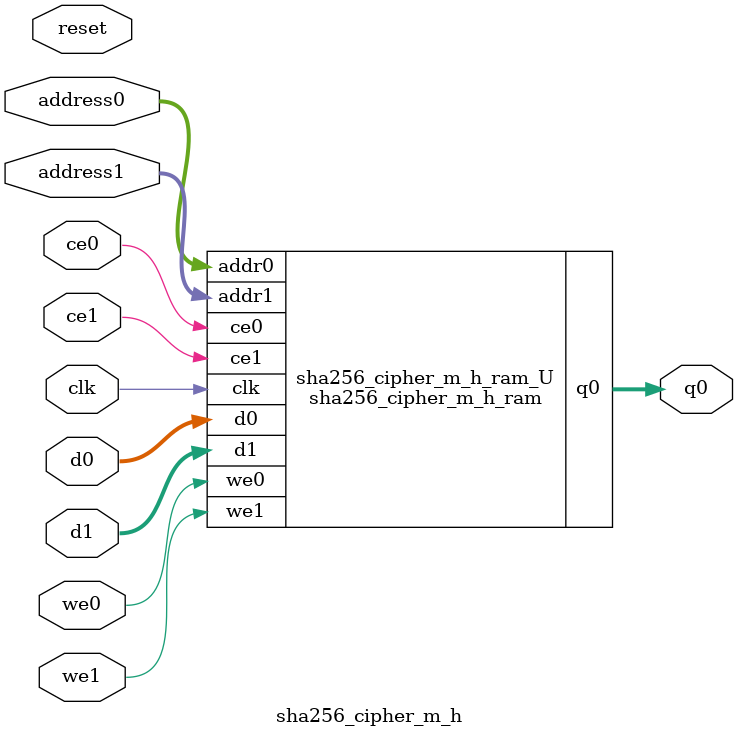
<source format=v>

`timescale 1 ns / 1 ps
module sha256_cipher_m_h_ram (addr0, ce0, d0, we0, q0, addr1, ce1, d1, we1,  clk);

parameter DWIDTH = 32;
parameter AWIDTH = 3;
parameter MEM_SIZE = 8;

input[AWIDTH-1:0] addr0;
input ce0;
input[DWIDTH-1:0] d0;
input we0;
output reg[DWIDTH-1:0] q0;
input[AWIDTH-1:0] addr1;
input ce1;
input[DWIDTH-1:0] d1;
input we1;
input clk;

(* ram_style = "block" *)reg [DWIDTH-1:0] ram[0:MEM_SIZE-1];




always @(posedge clk)  
begin 
    if (ce0) 
    begin
        if (we0) 
        begin 
            ram[addr0] <= d0; 
            q0 <= d0;
        end 
        else 
            q0 <= ram[addr0];
    end
end


always @(posedge clk)  
begin 
    if (ce1) 
    begin
        if (we1) 
        begin 
            ram[addr1] <= d1; 
        end 
    end
end


endmodule


`timescale 1 ns / 1 ps
module sha256_cipher_m_h(
    reset,
    clk,
    address0,
    ce0,
    we0,
    d0,
    q0,
    address1,
    ce1,
    we1,
    d1);

parameter DataWidth = 32'd32;
parameter AddressRange = 32'd8;
parameter AddressWidth = 32'd3;
input reset;
input clk;
input[AddressWidth - 1:0] address0;
input ce0;
input we0;
input[DataWidth - 1:0] d0;
output[DataWidth - 1:0] q0;
input[AddressWidth - 1:0] address1;
input ce1;
input we1;
input[DataWidth - 1:0] d1;



sha256_cipher_m_h_ram sha256_cipher_m_h_ram_U(
    .clk( clk ),
    .addr0( address0 ),
    .ce0( ce0 ),
    .d0( d0 ),
    .we0( we0 ),
    .q0( q0 ),
    .addr1( address1 ),
    .ce1( ce1 ),
    .d1( d1 ),
    .we1( we1 ));

endmodule


</source>
